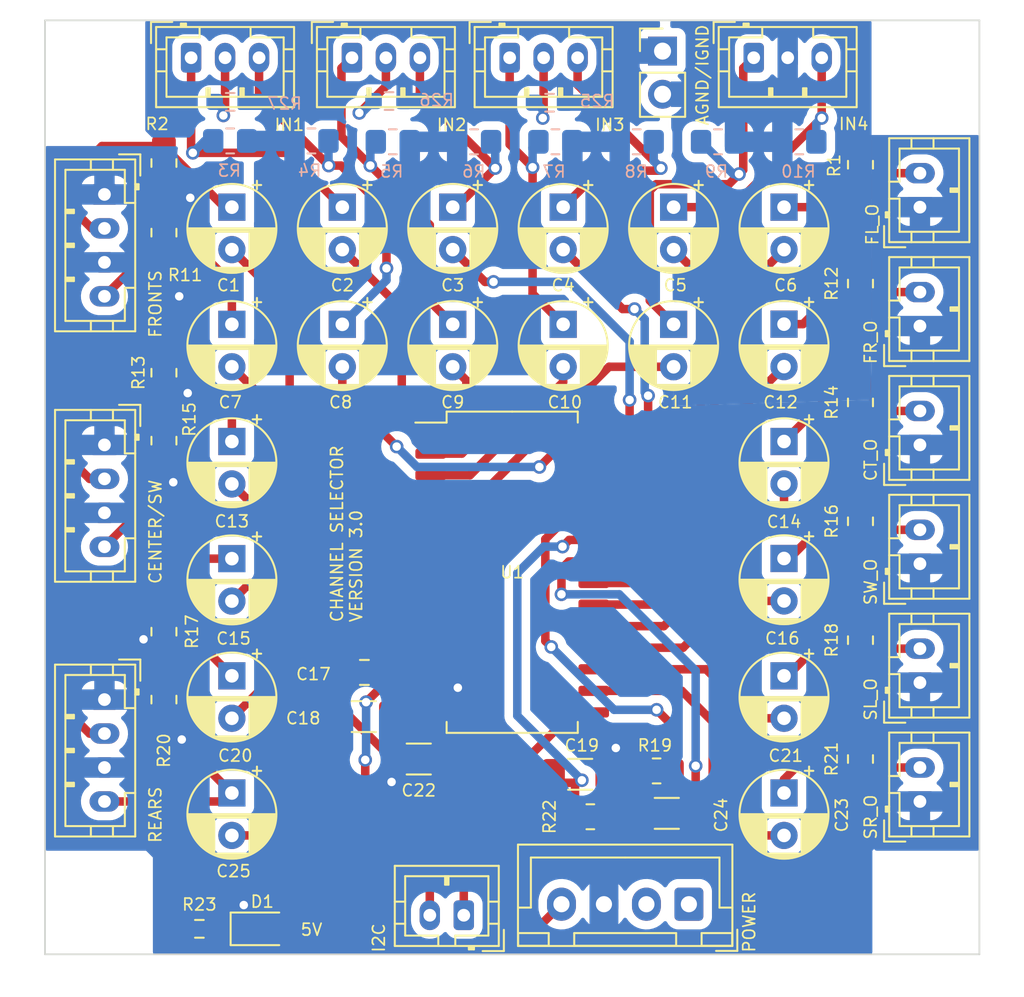
<source format=kicad_pcb>
(kicad_pcb (version 20221018) (generator pcbnew)
  (layers (0 "F.Cu" signal) (31 "B.Cu" signal) (34 "B.Paste" user) (35 "F.Paste" user) (36 "B.SilkS" user "B.Silkscreen") (37 "F.SilkS" user "F.Silkscreen") (38 "B.Mask" user) (39 "F.Mask" user) (44 "Edge.Cuts" user))
  (net 0 "")
  (net 1 "SCL")
  (net 2 "SDA")
  (net 3 "FLI")
  (net 4 "FRI")
  (net 5 "CTI")
  (net 6 "SUBI")
  (net 7 "SLI")
  (net 8 "SRI")
  (net 9 "FLO")
  (net 10 "FRO")
  (net 11 "SUBO")
  (net 12 "SLO")
  (net 13 "SRO")
  (net 14 "CTO")
  (net 15 "L1")
  (net 16 "R1")
  (net 17 "L2")
  (net 18 "R2")
  (net 19 "L3")
  (net 20 "R3")
  (net 21 "L4")
  (net 22 "R4")
  (net 23 "Net-(J1-Pin_1)")
  (net 24 "Net-(J2-Pin_1)")
  (net 25 "Net-(U1-VREF)")
  (net 26 "Net-(J11-Pin_2)")
  (net 27 "LPFIN")
  (net 28 "LPFOUT")
  (net 29 "MIX")
  (net 30 "Net-(J13-Pin_2)")
  (net 31 "Net-(J15-Pin_2)")
  (net 32 "Net-(D1-A)")
  (net 33 "5V")
  (net 34 "AGND")
  (net 35 "Net-(J1-Pin_3)")
  (net 36 "Net-(J2-Pin_3)")
  (net 37 "Net-(J3-Pin_3)")
  (net 38 "Net-(J3-Pin_1)")
  (net 39 "Net-(J1-Pin_2)")
  (net 40 "Net-(J2-Pin_2)")
  (net 41 "Net-(J3-Pin_2)")
  (net 42 "Net-(J4-Pin_3)")
  (net 43 "Net-(J4-Pin_1)")
  (net 44 "Net-(J17-Pin_2)")
  (net 45 "Net-(C24-Pad2)")
  (net 46 "DAC_FL")
  (net 47 "Net-(J9-Pin_2)")
  (net 48 "Net-(J7-Pin_2)")
  (net 49 "DAC_FR")
  (net 50 "3V3")
  (net 51 "DAC_CT")
  (net 52 "DAC_SW")
  (net 53 "DAC_RL")
  (net 54 "DAC_RR")
  (net 55 "INPUTGND")
  (footprint "Connector_JST:JST_PH_B2B-PH-K_1x02_P2.00mm_Vertical" (layer "F.Cu") (at 137.15 115.7 180)
    (fp_text reference "J19" hide)
    (fp_text value "Conn_01x02_Male")
  )
  (footprint "Capacitor_THT:CP_Radial_D5.0mm_P2.50mm" (layer "F.Cu") (at 156 74 -90)
    (fp_text reference "C6")
    (fp_text value "10U")
  )
  (footprint "MountingHole:MountingHole_3.2mm_M3" (layer "F.Cu") (at 165 115.5)
    (fp_text reference "H4" hide)
    (fp_text value "MountingHole")
  )
  (footprint "Capacitor_THT:CP_Radial_D5.0mm_P2.50mm" (layer "F.Cu") (at 123.5 101.6 -90)
    (fp_text reference "C20")
    (fp_text value "10U")
  )
  (footprint "Connector_JST:JST_PH_B4B-PH-K_1x04_P2.00mm_Vertical" (layer "F.Cu") (at 116 88 -90)
    (fp_text reference "J10" hide)
    (fp_text value "Conn_01x04_Pin")
  )
  (footprint "Connector_JST:JST_PH_B2B-PH-K_1x02_P2.00mm_Vertical" (layer "F.Cu") (at 164 95 90)
    (fp_text reference "J13" hide)
    (fp_text value "CTO")
  )
  (footprint "Capacitor_THT:CP_Radial_D5.0mm_P2.50mm" (layer "F.Cu") (at 143 74 -90)
    (fp_text reference "C4")
    (fp_text value "10U")
  )
  (footprint "Connector_JST:JST_PH_B2B-PH-K_1x02_P2.00mm_Vertical" (layer "F.Cu") (at 164 81 90)
    (fp_text reference "J9" hide)
    (fp_text value "Conn_01x02_Male")
  )
  (footprint "Connector_PinHeader_2.54mm:PinHeader_1x02_P2.54mm_Vertical" (layer "F.Cu") (at 148.85 64.81)
    (fp_text reference "J5" hide)
    (fp_text value "Conn_01x02_Pin")
  )
  (footprint "Connector_JST:JST_PH_B3B-PH-K_1x03_P2.00mm_Vertical" (layer "F.Cu") (at 139.85 65.2)
    (fp_text reference "J3" hide)
    (fp_text value "Conn_01x03_Pin")
  )
  (footprint "Capacitor_THT:CP_Radial_D5.0mm_P2.50mm" (layer "F.Cu") (at 130 74 -90)
    (fp_text reference "C2")
    (fp_text value "10U")
  )
  (footprint "Capacitor_SMD:C_1206_3216Metric_Pad1.33x1.80mm_HandSolder" (layer "F.Cu") (at 131.2625 104 180)
    (fp_text reference "C18")
    (fp_text value "10U")
  )
  (footprint "Connector_JST:JST_PH_B2B-PH-K_1x02_P2.00mm_Vertical" (layer "F.Cu") (at 164 88 90)
    (fp_text reference "J11" hide)
    (fp_text value "Conn_01x02_Male")
  )
  (footprint "Resistor_SMD:R_0805_2012Metric_Pad1.20x1.40mm_HandSolder" (layer "F.Cu") (at 148.5 107.2 180)
    (fp_text reference "R19")
    (fp_text value "24K")
  )
  (footprint "Connector_JST:JST_PH_B2B-PH-K_1x02_P2.00mm_Vertical" (layer "F.Cu") (at 164 102 90)
    (fp_text reference "J15" hide)
    (fp_text value "Conn_01x02_Male")
  )
  (footprint "Connector_JST:JST_PH_B3B-PH-K_1x03_P2.00mm_Vertical" (layer "F.Cu") (at 130.566666 65.2)
    (fp_text reference "J2" hide)
    (fp_text value "Conn_01x03_Pin")
  )
  (footprint "Connector_JST:JST_PH_B3B-PH-K_1x03_P2.00mm_Vertical" (layer "F.Cu") (at 154.216668 65.2)
    (fp_text reference "J4" hide)
    (fp_text value "Conn_01x03_Pin")
  )
  (footprint "Connector_JST:JST_PH_B2B-PH-K_1x02_P2.00mm_Vertical" (layer "F.Cu") (at 164 74 90)
    (fp_text reference "J7" hide)
    (fp_text value "Conn_01x02_Male")
  )
  (footprint "Resistor_SMD:R_0805_2012Metric_Pad1.20x1.40mm_HandSolder" (layer "F.Cu") (at 119.5 75.5 -90)
    (fp_text reference "R11")
    (fp_text value "10K")
  )
  (footprint "Resistor_SMD:R_0805_2012Metric_Pad1.20x1.40mm_HandSolder" (layer "F.Cu") (at 160.5 78.5 -90)
    (fp_text reference "R12")
    (fp_text value "100K")
  )
  (footprint "Resistor_SMD:R_0805_2012Metric_Pad1.20x1.40mm_HandSolder" (layer "F.Cu") (at 160.5 71.5 -90)
    (fp_text reference "R1")
    (fp_text value "100K")
  )
  (footprint "Resistor_SMD:R_0805_2012Metric_Pad1.20x1.40mm_HandSolder" (layer "F.Cu") (at 119.5 87.75 -90)
    (fp_text reference "R15")
    (fp_text value "10K")
  )
  (footprint "Resistor_SMD:R_0805_2012Metric_Pad1.20x1.40mm_HandSolder" (layer "F.Cu") (at 160.5 85.5 -90)
    (fp_text reference "R14")
    (fp_text value "100K")
  )
  (footprint "Capacitor_THT:CP_Radial_D5.0mm_P2.50mm" (layer "F.Cu") (at 136.5 74 -90)
    (fp_text reference "C3")
    (fp_text value "10U")
  )
  (footprint "Capacitor_THT:CP_Radial_D5.0mm_P2.50mm" (layer "F.Cu") (at 143 80.9 -90)
    (fp_text reference "C10")
    (fp_text value "10U")
  )
  (footprint "MountingHole:MountingHole_3.2mm_M3" (layer "F.Cu") (at 115 65.5)
    (fp_text reference "H1" hide)
    (fp_text value "MountingHole")
  )
  (footprint "Package_SO:SOIC-28W_7.5x18.7mm_P1.27mm" (layer "F.Cu") (at 140 95.5)
    (fp_text reference "U1")
    (fp_text value "AX2358")
  )
  (footprint "Capacitor_THT:CP_Radial_D5.0mm_P2.50mm" (layer "F.Cu") (at 123.5 94.7 -90)
    (fp_text reference "C15")
    (fp_text value "10U")
  )
  (footprint "Capacitor_THT:CP_Radial_D5.0mm_P2.50mm" (layer "F.Cu") (at 130 80.9 -90)
    (fp_text reference "C8")
    (fp_text value "10U")
  )
  (footprint "Connector_JST:JST_XH_B4B-XH-A_1x04_P2.50mm_Vertical" (layer "F.Cu") (at 150.4 115.05 180)
    (fp_text reference "J6" hide)
    (fp_text value "Conn_01x04_Pin")
  )
  (footprint "Capacitor_THT:CP_Radial_D5.0mm_P2.50mm" (layer "F.Cu") (at 156 101.6 -90)
    (fp_text reference "C21")
    (fp_text value "10U")
  )
  (footprint "Connector_JST:JST_PH_B4B-PH-K_1x04_P2.00mm_Vertical" (layer "F.Cu") (at 116 103 -90)
    (fp_text reference "J12" hide)
    (fp_text value "Conn_01x04_Pin")
  )
  (footprint "Capacitor_THT:CP_Radial_D5.0mm_P2.50mm" (layer "F.Cu") (at 156 108.5 -90)
    (fp_text reference "C23")
    (fp_text value "10U")
  )
  (footprint "Resistor_SMD:R_0805_2012Metric_Pad1.20x1.40mm_HandSolder" (layer "F.Cu") (at 119.5 99 -90)
    (fp_text reference "R17")
    (fp_text value "10K")
  )
  (footprint "Resistor_SMD:R_0805_2012Metric_Pad1.20x1.40mm_HandSolder" (layer "F.Cu") (at 144.6 109.9 180)
    (fp_text reference "R22")
    (fp_text value "24K")
  )
  (footprint "Capacitor_SMD:C_0805_2012Metric_Pad1.18x1.45mm_HandSolder" (layer "F.Cu") (at 131.3 101.4 180)
    (fp_text reference "C17")
    (fp_text value "0.1U")
  )
  (footprint "Capacitor_THT:CP_Radial_D5.0mm_P2.50mm" (layer "F.Cu") (at 123.5 87.8 -90)
    (fp_text reference "C13")
    (fp_text value "10U")
  )
  (footprint "Capacitor_THT:CP_Radial_D5.0mm_P2.50mm" (layer "F.Cu") (at 156 94.689888 -90)
    (fp_text reference "C16")
    (fp_text value "10U")
  )
  (footprint "Capacitor_THT:CP_Radial_D5.0mm_P2.50mm" (layer "F.Cu") (at 156 80.889888 -90)
    (fp_text reference "C12")
    (fp_text value "10U")
  )
  (footprint "Connector_JST:JST_PH_B3B-PH-K_1x03_P2.00mm_Vertical" (layer "F.Cu") (at 121.1 65.2)
    (fp_text reference "J1" hide)
    (fp_text value "Conn_01x03_Pin")
  )
  (footprint "Capacitor_THT:CP_Radial_D5.0mm_P2.50mm" (layer "F.Cu") (at 123.5 80.9 -90)
    (fp_text reference "C7")
    (fp_text value "10U")
  )
  (footprint "Capacitor_SMD:C_1206_3216Metric_Pad1.33x1.80mm_HandSolder" (layer "F.Cu") (at 144 107.4 180)
    (fp_text reference "C19")
    (fp_text value "47N C0G")
  )
  (footprint "Capacitor_THT:CP_Radial_D5.0mm_P2.50mm" (layer "F.Cu") (at 149.5 80.9 -90)
    (fp_text reference "C11")
    (fp_text value "10U")
  )
  (footprint "Resistor_SMD:R_0805_2012Metric_Pad1.20x1.40mm_HandSolder" (layer "F.Cu") (at 160.5 106.5 -90)
    (fp_text reference "R21")
    (fp_text value "100K")
  )
  (footprint "Capacitor_THT:CP_Radial_D5.0mm_P2.50mm" (layer "F.Cu") (at 156 87.8 -90)
    (fp_text reference "C14")
    (fp_text value "10U")
  )
  (footprint "Resistor_SMD:R_0805_2012Metric_Pad1.20x1.40mm_HandSolder" (layer "F.Cu") (at 160.5 99.5 -90)
    (fp_text reference "R18")
    (fp_text value "100K")
  )
  (footprint "Resistor_SMD:R_0805_2012Metric_Pad1.20x1.40mm_HandSolder" (layer "F.Cu") (at 119.5 83.75 -90)
    (fp_text reference "R13")
    (fp_text value "10K")
  )
  (footprint "LED_SMD:LED_0805_2012Metric_Pad1.15x1.40mm_HandSolder" (layer "F.Cu") (at 125.2875 116.5)
    (fp_text reference "D1")
    (fp_text value "YELLOW")
  )
  (footprint "Capacitor_THT:CP_Radial_D5.0mm_P2.50mm" (layer "F.Cu") (at 123.5 74 -90)
    (fp_text reference "C1")
    (fp_text value "10U")
  )
  (footprint "Resistor_SMD:R_0805_2012Metric_Pad1.20x1.40mm_HandSolder" (layer "F.Cu") (at 119.5 103 -90)
    (fp_text reference "R20")
    (fp_text value "10K")
  )
  (footprint "Resistor_SMD:R_0603_1608Metric_Pad0.98x0.95mm_HandSolder" (layer "F.Cu") (at 121.5875 116.5)
    (fp_text reference "R23")
    (fp_text value "1K")
  )
  (footprint "MountingHole:MountingHole_3.2mm_M3" (layer "F.Cu") (at 115 115.5)
    (fp_text reference "H3" hide)
    (fp_text value "MountingHole")
  )
  (footprint "Capacitor_SMD:C_1206_3216Metric_Pad1.33x1.80mm_HandSolder" (layer "F.Cu") (at 149.1 109.7 180)
    (fp_text reference "C24")
    (fp_text value "100N C0G")
  )
  (footprint "Capacitor_THT:CP_Radial_D5.0mm_P2.50mm" (layer "F.Cu") (at 123.5 108.5 -90)
    (fp_text reference "C25")
    (fp_text value "10U")
  )
  (footprint "MountingHole:MountingHole_3.2mm_M3" (layer "F.Cu") (at 165 65.5)
    (fp_text reference "H2" hide)
    (fp_text value "MountingHole")
  )
  (footprint "Connector_JST:JST_PH_B2B-PH-K_1x02_P2.00mm_Vertical" (layer "F.Cu") (at 164 109 90)
    (fp_text reference "J17" hide)
    (fp_text value "Conn_01x02_Male")
  )
  (footprint "Resistor_SMD:R_0805_2012Metric_Pad1.20x1.40mm_HandSolder" (layer "F.Cu") (at 160.5 92.5 -90)
    (fp_text reference "R16")
    (fp_text value "100K")
  )
  (footprint "Capacitor_THT:CP_Radial_D5.0mm_P2.50mm" (layer "F.Cu") (at 136.5 80.9 -90)
    (fp_text reference "C9")
    (fp_text value "10U")
  )
  (footprint "Connector_JST:JST_PH_B4B-PH-K_1x04_P2.00mm_Vertical" (layer "F.Cu") (at 116 73.25 -90)
    (fp_text reference "J8" hide)
    (fp_text value "Conn_01x04_Pin")
  )
  (footprint "Capacitor_SMD:C_1206_3216Metric_Pad1.33x1.80mm_HandSolder" (layer "F.Cu") (at 134.5 106.5 180)
    (fp_text reference "C22")
    (fp_text value "10U")
  )
  (footprint "Capacitor_THT:CP_Radial_D5.0mm_P2.50mm" (layer "F.Cu") (at 149.5 74 -90)
    (fp_text reference "C5")
    (fp_text value "10U")
  )
  (footprint "Resistor_SMD:R_0805_2012Metric_Pad1.20x1.40mm_HandSolder" (layer "F.Cu") (at 119.5 71.4 -90)
    (fp_text reference "R2")
    (fp_text value "10K")
  )
  (footprint "Resistor_SMD:R_0805_2012Metric_Pad1.20x1.40mm_HandSolder" (layer "B.Cu") (at 137.757142 70.15 180)
    (fp_text reference "R6")
    (fp_text value "100K")
  )
  (footprint "Resistor_SMD:R_0805_2012Metric_Pad1.20x1.40mm_HandSolder" (layer "B.Cu") (at 128.185714 70.1 180)
    (fp_text reference "R4")
    (fp_text value "100K")
  )
  (footprint "Resistor_SMD:R_0805_2012Metric_Pad1.20x1.40mm_HandSolder" (layer "B.Cu") (at 152.114284 70.15 180)
    (fp_text reference "R9")
    (fp_text value "100K")
  )
  (footprint "Resistor_SMD:R_0805_2012Metric_Pad1.20x1.40mm_HandSolder" (layer "B.Cu") (at 147.32857 70.15 180)
    (fp_text reference "R8")
    (fp_text value "100K")
  )
  (footprint "Resistor_SMD:R_0603_1608Metric_Pad0.98x0.95mm_HandSolder" (layer "B.Cu") (at 132.75 67.75 180)
    (fp_text reference "R26")
    (fp_text value "15R")
  )
  (footprint "Resistor_SMD:R_0603_1608Metric_Pad0.98x0.95mm_HandSolder" (layer "B.Cu") (at 142.2 67.85 180)
    (fp_text reference "R25")
    (fp_text value "15R")
  )
  (footprint "Resistor_SMD:R_0805_2012Metric_Pad1.20x1.40mm_HandSolder" (layer "B.Cu") (at 156.9 70.15 180)
    (fp_text reference "R10")
    (fp_text value "100K")
  )
  (footprint "Resistor_SMD:R_0805_2012Metric_Pad1.20x1.40mm_HandSolder" (layer "B.Cu") (at 123.4 70.1 180)
    (fp_text reference "R3")
    (fp_text value "100K")
  )
  (footprint "Resistor_SMD:R_0805_2012Metric_Pad1.20x1.40mm_HandSolder" (layer "B.Cu") (at 132.971428 70.15 180)
    (fp_text reference "R5")
    (fp_text value "100K")
  )
  (footprint "Resistor_SMD:R_0603_1608Metric_Pad0.98x0.95mm_HandSolder" (layer "B.Cu") (at 123.4 67.8 180)
    (fp_text reference "R27")
    (fp_text value "15R")
  )
  (footprint "Resistor_SMD:R_0805_2012Metric_Pad1.20x1.40mm_HandSolder" (layer "B.Cu") (at 142.542856 70.15 180)
    (fp_text reference "R7")
    (fp_text value "100K")
  )
  (gr_line (start 112.5 118) (end 167.5 118) (stroke (width 0.1)) (layer "Edge.Cuts"))
  (gr_line (start 112.5 63) (end 112.5 118) (stroke (width 0.1)) (layer "Edge.Cuts"))
  (gr_line (start 167.5 63) (end 167.5 118) (stroke (width 0.1)) (layer "Edge.Cuts"))
  (gr_line (start 167.5 63) (end 112.5 63) (stroke (width 0.1)) (layer "Edge.Cuts"))
  (gr_text "SL_O" (at 161.1 104.3 90) (layer "F.SilkS") (effects (font (size 0.7 0.7) (thickness 0.1)) (justify left)))
  (gr_text "FRONTS" (at 119 81.75 90) (layer "F.SilkS") (effects (font (size 0.7 0.7) (thickness 0.1)) (justify left)))
  (gr_text "SW_O" (at 161.1 97.5 90) (layer "F.SilkS") (effects (font (size 0.7 0.7) (thickness 0.1)) (justify left)))
  (gr_text "AGND/IGND" (at 151.2 69.25 90) (layer "F.SilkS") (effects (font (size 0.7 0.7) (thickness 0.1)) (justify left)))
  (gr_text "POWER" (at 153.95 117.95 90) (layer "F.SilkS") (effects (font (size 0.7 0.7) (thickness 0.1)) (justify left)))
  (gr_text "5V" (at 127.4875 116.55) (layer "F.SilkS") (effects (font (size 0.7 0.7) (thickness 0.1)) (justify left)))
  (gr_text "CHANNEL SELECTOR\nVERSION 3.0" (at 130.25 98.5 90) (layer "F.SilkS") (effects (font (size 0.7 0.7) (thickness 0.1)) (justify left)))
  (gr_text "IN4" (at 159.166668 69.1) (layer "F.SilkS") (effects (font (size 0.7 0.7) (thickness 0.1)) (justify left)))
  (gr_text "SR_O\n" (at 161.1 111.3 90) (layer "F.SilkS") (effects (font (size 0.7 0.7) (thickness 0.1)) (justify left)))
  (gr_text "IN1\n" (at 125.95 69.15) (layer "F.SilkS") (effects (font (size 0.7 0.7) (thickness 0.1)) (justify left)))
  (gr_text "IN3" (at 144.816668 69.15) (layer "F.SilkS") (effects (font (size 0.7 0.7) (thickness 0.1)) (justify left)))
  (gr_text "I2C" (at 132.15 117.95 90) (layer "F.SilkS") (effects (font (size 0.7 0.7) (thickness 0.1)) (justify left)))
  (gr_text "IN2" (at 135.5 69.15) (layer "F.SilkS") (effects (font (size 0.7 0.7) (thickness 0.1)) (justify left)))
  (gr_text "CENTER/SW" (at 119 96.25 90) (layer "F.SilkS") (effects (font (size 0.7 0.7) (thickness 0.1)) (justify left)))
  (gr_text "CT_O" (at 161.1 90.2 90) (layer "F.SilkS") (effects (font (size 0.7 0.7) (thickness 0.1)) (justify left)))
  (gr_text "REARS" (at 119 111.5 90) (layer "F.SilkS") (effects (font (size 0.7 0.7) (thickness 0.1)) (justify left)))
  (gr_text "FL_O" (at 161.2 76.3 90) (layer "F.SilkS") (effects (font (size 0.7 0.7) (thickness 0.1)) (justify left)))
  (gr_text "FR_O" (at 161.1 83.3 90) (layer "F.SilkS") (effects (font (size 0.7 0.7) (thickness 0.1)) (justify left)))
  (segment (start 143.595 103.755) (end 137.15 110.2) (width 0.5) (layer "F.Cu") (net 1))
  (segment (start 143.595 103.755) (end 144.8 103.755) (width 0.5) (layer "F.Cu") (net 1))
  (segment (start 137.15 110.2) (end 137.15 115.75) (width 0.5) (layer "F.Cu") (net 1))
  (segment (start 135.15 110.55) (end 137.65 108.05) (width 0.5) (layer "F.Cu") (net 2))
  (segment (start 135.15 115.75) (end 135.15 110.55) (width 0.5) (layer "F.Cu") (net 2))
  (segment (start 137 103.7) (end 137.65 104.35) (width 0.5) (layer "F.Cu") (net 2))
  (segment (start 137 103.7) (end 135.255 103.7) (width 0.5) (layer "F.Cu") (net 2))
  (segment (start 137.65 104.35) (end 137.65 108.05) (width 0.5) (layer "F.Cu") (net 2))
  (segment (start 135.255 103.7) (end 135.2 103.755) (width 0.5) (layer "F.Cu") (net 2))
  (segment (start 126.9 79.9) (end 123.5 76.5) (width 0.5) (layer "F.Cu") (net 3))
  (segment (start 126.9 84.644949) (end 126.9 79.9) (width 0.5) (layer "F.Cu") (net 3))
  (segment (start 134.580051 92.325) (end 126.9 84.644949) (width 0.5) (layer "F.Cu") (net 3))
  (segment (start 135.2 93.595) (end 133.695 93.595) (width 0.5) (layer "F.Cu") (net 4))
  (segment (start 133.695 93.595) (end 123.5 83.4) (width 0.5) (layer "F.Cu") (net 4))
  (segment (start 128.065 94.865) (end 123.5 90.3) (width 0.5) (layer "F.Cu") (net 5))
  (segment (start 135.2 94.865) (end 128.065 94.865) (width 0.5) (layer "F.Cu") (net 5))
  (segment (start 124.565 96.135) (end 123.5 97.2) (width 0.5) (layer "F.Cu") (net 6))
  (segment (start 135.2 96.135) (end 124.565 96.135) (width 0.5) (layer "F.Cu") (net 6))
  (segment (start 135.2 97.405) (end 130.195 97.405) (width 0.5) (layer "F.Cu") (net 7))
  (segment (start 130.195 97.405) (end 123.5 104.1) (width 0.5) (layer "F.Cu") (net 7))
  (segment (start 130.725 98.675) (end 126.4 103) (width 0.5) (layer "F.Cu") (net 8))
  (segment (start 125.4 111) (end 123.5 111) (width 0.5) (layer "F.Cu") (net 8))
  (segment (start 135.2 98.675) (end 130.725 98.675) (width 0.5) (layer "F.Cu") (net 8))
  (segment (start 126.4 103) (end 126.4 110) (width 0.5) (layer "F.Cu") (net 8))
  (segment (start 126.4 110) (end 125.4 111) (width 0.5) (layer "F.Cu") (net 8))
  (segment (start 147.865 96.135) (end 144.8 96.135) (width 0.5) (layer "F.Cu") (net 9))
  (segment (start 151.900499 92.099501) (end 147.865 96.135) (width 0.5) (layer "F.Cu") (net 9))
  (segment (start 151.900499 80.599501) (end 151.900499 92.099501) (width 0.5) (layer "F.Cu") (net 9))
  (segment (start 156 76.5) (end 151.900499 80.599501) (width 0.5) (layer "F.Cu") (net 9))
  (segment (start 152.7 86.689888) (end 152.7 93.2) (width 0.5) (layer "F.Cu") (net 10))
  (segment (start 148.495 97.405) (end 144.8 97.405) (width 0.5) (layer "F.Cu") (net 10))
  (segment (start 152.7 93.2) (end 148.495 97.405) (width 0.5) (layer "F.Cu") (net 10))
  (segment (start 156 83.389888) (end 152.7 86.689888) (width 0.5) (layer "F.Cu") (net 10))
  (segment (start 152.810112 97.189888) (end 150.055 99.945) (width 0.5) (layer "F.Cu") (net 11))
  (segment (start 150.055 99.945) (end 144.8 99.945) (width 0.5) (layer "F.Cu") (net 11))
  (segment (start 156 97.189888) (end 152.810112 97.189888) (width 0.5) (layer "F.Cu") (net 11))
  (segment (start 154.3 104.1) (end 151.415 101.215) (width 0.5) (layer "F.Cu") (net 12))
  (segment (start 151.415 101.215) (end 144.8 101.215) (width 0.5) (layer "F.Cu") (net 12))
  (segment (start 156 104.1) (end 154.3 104.1) (width 0.5) (layer "F.Cu") (net 12))
  (segment (start 151.8 104.3) (end 149.985 102.485) (width 0.5) (layer "F.Cu") (net 13))
  (segment (start 154.5 111) (end 151.8 108.3) (width 0.5) (layer "F.Cu") (net 13))
  (segment (start 149.985 102.485) (end 144.8 102.485) (width 0.5) (layer "F.Cu") (net 13))
  (segment (start 156 111) (end 154.5 111) (width 0.5) (layer "F.Cu") (net 13))
  (segment (start 151.8 108.3) (end 151.8 104.3) (width 0.5) (layer "F.Cu") (net 13))
  (segment (start 156 91.6) (end 156 90.3) (width 0.5) (layer "F.Cu") (net 14))
  (segment (start 144.8 98.675) (end 148.925 98.675) (width 0.5) (layer "F.Cu") (net 14))
  (segment (start 148.925 98.675) (end 156 91.6) (width 0.5) (layer "F.Cu") (net 14))
  (segment (start 135.2 87.245) (end 133.5 85.545) (width 0.5) (layer "F.Cu") (net 15))
  (segment (start 133.5 85.545) (end 133.5 80) (width 0.5) (layer "F.Cu") (net 15))
  (segment (start 133.5 80) (end 130 76.5) (width 0.5) (layer "F.Cu") (net 15))
  (segment (start 130 84.9) (end 130 83.4) (width 0.5) (layer "F.Cu") (net 16))
  (segment (start 144.8 87.245) (end 143.655 87.245) (width 0.5) (layer "F.Cu") (net 16))
  (segment (start 133.2 88.1) (end 130 84.9) (width 0.5) (layer "F.Cu") (net 16))
  (segment (start 143.655 87.245) (end 141.6 89.3) (width 0.5) (layer "F.Cu") (net 16))
  (via (at 133.2 88.1) (size 0.8) (drill 0.5) (layers "F.Cu" "B.Cu") (net 16))
  (via (at 141.6 89.3) (size 0.8) (drill 0.5) (layers "F.Cu" "B.Cu") (net 16))
  (segment (start 134.4 89.3) (end 133.2 88.1) (width 0.5) (layer "B.Cu") (net 16))
  (segment (start 141.6 89.3) (end 134.4 89.3) (width 0.5) (layer "B.Cu") (net 16))
  (segment (start 137.299999 84.199999) (end 137.299999 88.250001) (width 0.5) (layer "F.Cu") (net 17))
  (segment (start 137.035 88.515) (end 135.819949 88.515) (width 0.5) (layer "F.Cu") (net 17))
  (segment (start 137.299999 88.250001) (end 137.035 88.515) (width 0.5) (layer "F.Cu") (net 17))
  (segment (start 136.5 83.4) (end 137.299999 84.199999) (width 0.5) (layer "F.Cu") (net 17))
  (segment (start 146.911031 88.138969) (end 146.911031 85.353356) (width 0.5) (layer "F.Cu") (net 18))
  (segment (start 145.419949 88.515) (end 146.535 88.515) (width 0.5) (layer "F.Cu") (net 18))
  (segment (start 138.4 78.4) (end 136.5 76.5) (width 0.5) (layer "F.Cu") (net 18))
  (segment (start 146.535 88.515) (end 146.911031 88.138969) (width 0.5) (layer "F.Cu") (net 18))
  (segment (start 138.9 78.4) (end 138.4 78.4) (width 0.5) (layer "F.Cu") (net 18))
  (via (at 146.911031 85.353356) (size 0.8) (drill 0.5) (layers "F.Cu" "B.Cu") (net 18))
  (via (at 138.9 78.4) (size 0.8) (drill 0.5) (layers "F.Cu" "B.Cu") (net 18))
  (segment (start 138.9 78.4) (end 143.4 78.4) (width 0.5) (layer "B.Cu") (net 18))
  (segment (start 146.911031 81.911031) (end 146.911031 85.353356) (width 0.5) (layer "B.Cu") (net 18))
  (segment (start 143.4 78.4) (end 146.911031 81.911031) (width 0.5) (layer "B.Cu") (net 18))
  (segment (start 137.515 89.785) (end 143 84.3) (width 0.5) (layer "F.Cu") (net 19))
  (segment (start 135.2 89.785) (end 137.515 89.785) (width 0.5) (layer "F.Cu") (net 19))
  (segment (start 143 84.3) (end 143 83.4) (width 0.5) (layer "F.Cu") (net 19))
  (segment (start 147.2 80) (end 146.5 80) (width 0.5) (layer "F.Cu") (net 20))
  (segment (start 148 89.6) (end 148 85.1) (width 0.5) (layer "F.Cu") (net 20))
  (segment (start 147.815 89.785) (end 148 89.6) (width 0.5) (layer "F.Cu") (net 20))
  (segment (start 144.8 89.785) (end 147.815 89.785) (width 0.5) (layer "F.Cu") (net 20))
  (segment (start 146.5 80) (end 143 76.5) (width 0.5) (layer "F.Cu") (net 20))
  (via (at 147.2 80) (size 0.8) (drill 0.5) (layers "F.Cu" "B.Cu") (net 20))
  (via (at 148 85.1) (size 0.8) (drill 0.5) (layers "F.Cu" "B.Cu") (net 20))
  (segment (start 147.2 80) (end 147.8 80.6) (width 0.5) (layer "B.Cu") (net 20))
  (segment (start 147.8 80.6) (end 147.8 84.9) (width 0.5) (layer "B.Cu") (net 20))
  (segment (start 147.8 84.9) (end 148 85.1) (width 0.5) (layer "B.Cu") (net 20))
  (segment (start 135.2 91.055) (end 138.045 91.055) (width 0.5) (layer "F.Cu") (net 21))
  (segment (start 138.045 91.055) (end 145.7 83.4) (width 0.5) (layer "F.Cu") (net 21))
  (segment (start 145.7 83.4) (end 149.5 83.4) (width 0.5) (layer "F.Cu") (net 21))
  (segment (start 149.5 76.5) (end 151.100998 78.100998) (width 0.5) (layer "F.Cu") (net 22))
  (segment (start 149.045 91.055) (end 144.8 91.055) (width 0.5) (layer "F.Cu") (net 22))
  (segment (start 151.100998 78.100998) (end 151.100998 88.999002) (width 0.5) (layer "F.Cu") (net 22))
  (segment (start 151.100998 88.999002) (end 149.045 91.055) (width 0.5) (layer "F.Cu") (net 22))
  (segment (start 121.1 70.700706) (end 121.1 65.2) (width 0.5) (layer "F.Cu") (net 23))
  (segment (start 126.800353 70.800353) (end 130 74) (width 0.5) (layer "F.Cu") (net 23))
  (segment (start 121.199647 70.800353) (end 126.800353 70.800353) (width 0.5) (layer "F.Cu") (net 23))
  (segment (start 121.199647 70.800353) (end 121.1 70.700706) (width 0.5) (layer "F.Cu") (net 23))
  (via (at 121.199647 70.800353) (size 0.8) (drill 0.5) (layers "F.Cu" "B.Cu") (net 23))
  (segment (start 121.199647 70.800353) (end 121.9 70.1) (width 0.5) (layer "B.Cu") (net 23))
  (segment (start 121.9 70.1) (end 122.4 70.1) (width 0.5) (layer "B.Cu") (net 23))
  (segment (start 131.65 71.55) (end 135.15 75.05) (width 0.5) (layer "F.Cu") (net 24))
  (segment (start 130.566666 65.2) (end 129.95 65.816666) (width 0.5) (layer "F.Cu") (net 24))
  (segment (start 129.95 65.816666) (end 129.95 69.85) (width 0.5) (layer "F.Cu") (net 24))
  (segment (start 129.95 69.85) (end 131.65 71.55) (width 0.5) (layer "F.Cu") (net 24))
  (segment (start 135.15 79.55) (end 136.5 80.9) (width 0.5) (layer "F.Cu") (net 24))
  (segment (start 135.15 75.05) (end 135.15 79.55) (width 0.5) (layer "F.Cu") (net 24))
  (via (at 131.65 71.55) (size 0.8) (drill 0.5) (layers "F.Cu" "B.Cu") (net 24))
  (segment (start 131.65 70.471428) (end 131.971428 70.15) (width 0.5) (layer "B.Cu") (net 24))
  (segment (start 131.65 71.55) (end 131.65 70.471428) (width 0.5) (layer "B.Cu") (net 24))
  (segment (start 134.580051 101.215) (end 132.825 102.970051) (width 0.5) (layer "F.Cu") (net 25))
  (segment (start 132.825 102.970051) (end 132.825 104) (width 0.5) (layer "F.Cu") (net 25))
  (segment (start 162 86) (end 160.5 84.5) (width 0.5) (layer "F.Cu") (net 26))
  (segment (start 164 86) (end 162 86) (width 0.5) (layer "F.Cu") (net 26))
  (segment (start 156 87.8) (end 159.3 84.5) (width 0.5) (layer "F.Cu") (net 26))
  (segment (start 159.3 84.5) (end 160.5 84.5) (width 0.5) (layer "F.Cu") (net 26))
  (segment (start 143.7 109.9) (end 143.7 107.9) (width 0.5) (layer "F.Cu") (net 27))
  (segment (start 143.359013 93.595) (end 142.962316 93.991697) (width 0.5) (layer "F.Cu") (net 27))
  (segment (start 144.8 93.595) (end 143.359013 93.595) (width 0.5) (layer "F.Cu") (net 27))
  (segment (start 142.3375 107.9) (end 143.7 107.9) (width 0.5) (layer "F.Cu") (net 27))
  (segment (start 143.85 107.75) (end 144.1 107.75) (width 0.5) (layer "F.Cu") (net 27))
  (segment (start 143.7 107.9) (end 143.85 107.75) (width 0.5) (layer "F.Cu") (net 27))
  (via (at 144.1 107.75) (size 0.8) (drill 0.5) (layers "F.Cu" "B.Cu") (net 27))
  (via (at 142.962316 93.991697) (size 0.8) (drill 0.5) (layers "F.Cu" "B.Cu") (net 27))
  (segment (start 140.3 103.95) (end 144.1 107.75) (width 0.5) (layer "B.Cu") (net 27))
  (segment (start 141.858303 93.991697) (end 140.3 95.55) (width 0.5) (layer "B.Cu") (net 27))
  (segment (start 140.3 95.55) (end 140.3 103.95) (width 0.5) (layer "B.Cu") (net 27))
  (segment (start 142.962316 93.991697) (end 141.858303 93.991697) (width 0.5) (layer "B.Cu") (net 27))
  (segment (start 142.9 95.3) (end 143.335 94.865) (width 0.5) (layer "F.Cu") (net 28))
  (segment (start 150.8 106.9) (end 150.8 109.9625) (width 0.5) (layer "F.Cu") (net 28))
  (segment (start 142.9 96.8) (end 142.9 95.3) (width 0.5) (layer "F.Cu") (net 28))
  (segment (start 143.335 94.865) (end 144.8 94.865) (width 0.5) (layer "F.Cu") (net 28))
  (via (at 142.9 96.8) (size 0.8) (drill 0.5) (layers "F.Cu" "B.Cu") (net 28))
  (via (at 150.8 106.9) (size 0.8) (drill 0.5) (layers "F.Cu" "B.Cu") (net 28))
  (segment (start 142.9 96.8) (end 146.3 96.8) (width 0.5) (layer "B.Cu") (net 28))
  (segment (start 146.3 96.8) (end 150.8 101.3) (width 0.5) (layer "B.Cu") (net 28))
  (segment (start 150.8 101.3) (end 150.8 106.9) (width 0.5) (layer "B.Cu") (net 28))
  (segment (start 141.9505 99.5505) (end 142.3 99.9) (width 0.5) (layer "F.Cu") (net 29))
  (segment (start 149.5 107.2) (end 149.5 104.6) (width 0.5) (layer "F.Cu") (net 29))
  (segment (start 149.5 104.6) (end 148.5 103.6) (width 0.5) (layer "F.Cu") (net 29))
  (segment (start 143.175 92.325) (end 141.9505 93.5495) (width 0.5) (layer "F.Cu") (net 29))
  (segment (start 144.8 92.325) (end 143.175 92.325) (width 0.5) (layer "F.Cu") (net 29))
  (segment (start 141.9505 93.5495) (end 141.9505 99.5505) (width 0.5) (layer "F.Cu") (net 29))
  (via (at 148.5 103.6) (size 0.8) (drill 0.5) (layers "F.Cu" "B.Cu") (net 29))
  (via (at 142.3 99.9) (size 0.8) (drill 0.5) (layers "F.Cu" "B.Cu") (net 29))
  (segment (start 148.5 103.6) (end 146 103.6) (width 0.5) (layer "B.Cu") (net 29))
  (segment (start 146 103.6) (end 142.3 99.9) (width 0.5) (layer "B.Cu") (net 29))
  (segment (start 164 93) (end 162 93) (width 0.5) (layer "F.Cu") (net 30))
  (segment (start 156.310112 94.689888) (end 159.5 91.5) (width 0.5) (layer "F.Cu") (net 30))
  (segment (start 162 93) (end 160.5 91.5) (width 0.5) (layer "F.Cu") (net 30))
  (segment (start 159.5 91.5) (end 160.5 91.5) (width 0.5) (layer "F.Cu") (net 30))
  (segment (start 159.3 98.5) (end 160.5 98.5) (width 0.5) (layer "F.Cu") (net 31))
  (segment (start 156.2 101.6) (end 159.3 98.5) (width 0.5) (layer "F.Cu") (net 31))
  (segment (start 164 100) (end 162 100) (width 0.5) (layer "F.Cu") (net 31))
  (segment (start 162 100) (end 160.5 98.5) (width 0.5) (layer "F.Cu") (net 31))
  (segment (start 123.606128 117.75) (end 122.5 116.643872) (width 0.5) (layer "F.Cu") (net 32))
  (segment (start 124.918872 117.75) (end 123.606128 117.75) (width 0.5) (layer "F.Cu") (net 32))
  (segment (start 126.168872 116.5) (end 124.918872 117.75) (width 0.5) (layer "F.Cu") (net 32))
  (segment (start 140.55 117.4) (end 129.7 117.4) (width 0.5) (layer "F.Cu") (net 33))
  (segment (start 125.95 113.65) (end 123.525 113.65) (width 0.5) (layer "F.Cu") (net 33))
  (segment (start 131.35 110.1) (end 132.025 110.775) (width 0.5) (layer "F.Cu") (net 33))
  (segment (start 123.525 113.65) (end 120.675 116.5) (width 0.5) (layer "F.Cu") (net 33))
  (segment (start 136.0625 106.7375) (end 132.025 110.775) (width 0.5) (layer "F.Cu") (net 33))
  (segment (start 133.7925 99.945) (end 135.2 99.945) (width 0.5) (layer "F.Cu") (net 33))
  (segment (start 132.3375 102.2125) (end 131.4 103.15) (width 0.5) (layer "F.Cu") (net 33))
  (segment (start 131.35 106.55) (end 131.35 110.1) (width 0.5) (layer "F.Cu") (net 33))
  (segment (start 142.9 115.05) (end 140.55 117.4) (width 0.5) (layer "F.Cu") (net 33))
  (segment (start 136.0625 106.5) (end 136.0625 106.7375) (width 0.5) (layer "F.Cu") (net 33))
  (segment (start 132.3375 101.4) (end 133.7925 99.945) (width 0.5) (layer "F.Cu") (net 33))
  (segment (start 129.7 117.4) (end 125.95 113.65) (width 0.5) (layer "F.Cu") (net 33))
  (segment (start 132.3375 101.4) (end 132.3375 102.2125) (width 0.5) (layer "F.Cu") (net 33))
  (segment (start 132.025 110.775) (end 129.7 113.1) (width 0.5) (layer "F.Cu") (net 33))
  (segment (start 129.7 113.1) (end 129.7 117.4) (width 0.5) (layer "F.Cu") (net 33))
  (via (at 131.4 103.15) (size 0.8) (drill 0.5) (layers "F.Cu" "B.Cu") (net 33))
  (via (at 131.35 106.55) (size 0.8) (drill 0.5) (layers "F.Cu" "B.Cu") (net 33))
  (segment (start 131.4 103.15) (end 131.4 106.5) (width 0.5) (layer "B.Cu") (net 33))
  (segment (start 131.4 106.5) (end 131.35 106.55) (width 0.5) (layer "B.Cu") (net 33))
  (segment (start 119.5 78.35) (end 120.4 79.25) (width 0.5) (layer "F.Cu") (net 34))
  (segment (start 162 109) (end 160.5 107.5) (width 0.5) (layer "F.Cu") (net 34))
  (segment (start 135.2 102.485) (end 136.615 102.485) (width 0.5) (layer "F.Cu") (net 34))
  (segment (start 164 102) (end 162 102) (width 0.5) (layer "F.Cu") (net 34))
  (segment (start 124.2625 116.5) (end 124.2625 115.1625) (width 0.5) (layer "F.Cu") (net 34))
  (segment (start 119.5 84.75) (end 120.7 84.75) (width 0.5) (layer "F.Cu") (net 34))
  (segment (start 124.2625 115.1625) (end 124.2 115.1) (width 0.5) (layer "F.Cu") (net 34))
  (segment (start 120 72.4) (end 121.05 73.45) (width 0.5) (layer "F.Cu") (net 34))
  (segment (start 119.5 76.5) (end 119.5 78.35) (width 0.5) (layer "F.Cu") (net 34))
  (segment (start 162 74) (end 160.5 72.5) (width 0.5) (layer "F.Cu") (net 34))
  (segment (start 162 81) (end 160.5 79.5) (width 0.5) (layer "F.Cu") (net 34))
  (segment (start 162 88) (end 160.5 86.5) (width 0.5) (layer "F.Cu") (net 34))
  (segment (start 129.7 104) (end 130.4375 104) (width 0.5) (layer "F.Cu") (net 34))
  (segment (start 162 95) (end 160.5 93.5) (width 0.5) (layer "F.Cu") (net 34))
  (segment (start 145.5625 106.3875) (end 146.1 105.85) (width 0.5) (layer "F.Cu") (net 34))
  (segment (start 132.9375 106.5) (end 132.9 107.85) (width 0.5) (layer "F.Cu") (net 34))
  (segment (start 162 102) (end 160.5 100.5) (width 0.5) (layer "F.Cu") (net 34))
  (segment (start 119.5 72.4) (end 120 72.4) (width 0.5) (layer "F.Cu") (net 34))
  (segment (start 164 95) (end 162 95) (width 0.5) (layer "F.Cu") (net 34))
  (segment (start 119.5 104.3) (end 120.55 105.35) (width 0.5) (layer "F.Cu") (net 34))
  (segment (start 145.5625 107.4) (end 145.5625 106.3875) (width 0.5) (layer "F.Cu") (net 34))
  (segment (start 130.4375 104) (end 132.9375 106.5) (width 0.5) (layer "F.Cu") (net 34))
  (segment (start 164 88) (end 162 88) (width 0.5) (layer "F.Cu") (net 34))
  (segment (start 164 74) (end 162 74) (width 0.5) (layer "F.Cu") (net 34))
  (segment (start 130.3625 101.9) (end 129.7 102.5625) (width 0.5) (layer "F.Cu") (net 34))
  (segment (start 136.615 102.485) (end 136.8 102.3) (width 0.5) (layer "F.Cu") (net 34))
  (segment (start 119.5 100) (end 118.85 100) (width 0.5) (layer "F.Cu") (net 34))
  (segment (start 119.5 88.75) (end 119.5 89.65) (width 0.5) (layer "F.Cu") (net 34))
  (segment (start 132.9 107.85) (end 132.9375 107.815748) (width 0.5) (layer "F.Cu") (net 34))
  (segment (start 118.85 100) (end 118.3 99.45) (width 0.5) (layer "F.Cu") (net 34))
  (segment (start 164 109) (end 162 109) (width 0.5) (layer "F.Cu") (net 34))
  (segment (start 120.7 84.75) (end 120.9 84.95) (width 0.5) (layer "F.Cu") (net 34))
  (segment (start 164 81) (end 162 81) (width 0.5) (layer "F.Cu") (net 34))
  (segment (start 129.7 102.5625) (end 129.7 105) (width 0.5) (layer "F.Cu") (net 34))
  (segment (start 119.5 104) (end 119.5 104.3) (width 0.5) (layer "F.Cu") (net 34))
  (segment (start 119.5 89.65) (end 120.05 90.2) (width 0.5) (layer "F.Cu") (net 34))
  (via (at 120.05 90.2) (size 0.8) (drill 0.5) (layers "F.Cu" "B.Cu") (net 34))
  (via (at 121.05 73.45) (size 0.8) (drill 0.5) (layers "F.Cu" "B.Cu") (net 34))
  (via (at 120.4 79.25) (size 0.8) (drill 0.5) (layers "F.Cu" "B.Cu") (net 34))
  (via (at 146.1 105.85) (size 0.8) (drill 0.5) (layers "F.Cu" "B.Cu") (net 34))
  (via (at 120.55 105.35) (size 0.8) (drill 0.5) (layers "F.Cu" "B.Cu") (net 34))
  (via (at 120.9 84.95) (size 0.8) (drill 0.5) (layers "F.Cu" "B.Cu") (net 34))
  (via (at 124.2 115.1) (size 0.8) (drill 0.5) (layers "F.Cu" "B.Cu") (net 34))
  (via (at 118.3 99.45) (size 0.8) (drill 0.5) (layers "F.Cu" "B.Cu") (net 34))
  (via (at 132.9 107.85) (size 0.8) (drill 0.5) (layers "F.Cu" "B.Cu") (net 34))
  (via (at 136.8 102.3) (size 0.8) (drill 0.5) (layers "F.Cu" "B.Cu") (net 34))
  (segment (start 125.1 67.45) (end 129.2 71.55) (width 0.5) (layer "F.Cu") (net 35))
  (segment (start 129.927818 71.55) (end 132.6 74.222182) (width 0.5) (layer "F.Cu") (net 35))
  (segment (start 132.6 74.222182) (end 132.6 77.6) (width 0.5) (layer "F.Cu") (net 35))
  (segment (start 129.2 71.55) (end 129.927818 71.55) (width 0.5) (layer "F.Cu") (net 35))
  (segment (start 125.1 65.2) (end 125.1 67.45) (width 0.5) (layer "F.Cu") (net 35))
  (via (at 132.6 77.6) (size 0.8) (drill 0.5) (layers "F.Cu" "B.Cu") (net 35))
  (via (at 129.2 71.55) (size 0.8) (drill 0.5) (layers "F.Cu" "B.Cu") (net 35))
  (segment (start 132.6 78.3) (end 130 80.9) (width 0.5) (layer "B.Cu") (net 35))
  (segment (start 129.185714 70.1) (end 129.185714 71.535714) (width 0.5) (layer "B.Cu") (net 35))
  (segment (start 132.6 77.6) (end 132.6 78.3) (width 0.5) (layer "B.Cu") (net 35))
  (segment (start 129.185714 71.535714) (end 129.2 71.55) (width 0.5) (layer "B.Cu") (net 35))
  (segment (start 134.566666 65.2) (end 134.566666 67.266666) (width 0.5) (layer "F.Cu") (net 36))
  (segment (start 136.7 74) (end 139 71.7) (width 0.5) (layer "F.Cu") (net 36))
  (segment (start 136.5 74) (end 136.7 74) (width 0.5) (layer "F.Cu") (net 36))
  (segment (start 134.566666 67.266666) (end 139 71.7) (width 0.5) (layer "F.Cu") (net 36))
  (via (at 139 71.7) (size 0.8) (drill 0.5) (layers "F.Cu" "B.Cu") (net 36))
  (segment (start 139 71.7) (end 139 70.392858) (width 0.5) (layer "B.Cu") (net 36))
  (segment (start 139 70.392858) (end 138.757142 70.15) (width 0.5) (layer "B.Cu") (net 36))
  (segment (start 143.85 66.8) (end 148.75 71.7) (width 0.5) (layer "F.Cu") (net 37))
  (segment (start 143.85 65.2) (end 143.85 66.8) (width 0.5) (layer "F.Cu") (net 37))
  (segment (start 148.75 71.85) (end 148.75 71.7) (width 0.5) (layer "F.Cu") (net 37))
  (segment (start 145.15 71.85) (end 148.75 71.85) (width 0.5) (layer "F.Cu") (net 37))
  (segment (start 143 74) (end 145.15 71.85) (width 0.5) (layer "F.Cu") (net 37))
  (via (at 148.75 71.7) (size 0.8) (drill 0.5) (layers "F.Cu" "B.Cu") (net 37))
  (segment (start 148.32857 71.27857) (end 148.75 71.7) (width 0.5) (layer "B.Cu") (net 37))
  (segment (start 148.32857 70.15) (end 148.32857 71.27857) (width 0.5) (layer "B.Cu") (net 37))
  (segment (start 141.2 71.65) (end 141.2 79.1) (width 0.5) (layer "F.Cu") (net 38))
  (segment (start 141.2 79.1) (end 143 80.9) (width 0.5) (layer "F.Cu") (net 38))
  (segment (start 139.85 70.3) (end 141.2 71.65) (width 0.5) (layer "F.Cu") (net 38))
  (segment (start 139.85 65.2) (end 139.85 70.3) (width 0.5) (layer "F.Cu") (net 38))
  (via (at 141.2 71.65) (size 0.8) (drill 0.5) (layers "F.Cu" "B.Cu") (net 38))
  (segment (start 141.2 70.492856) (end 141.542856 70.15) (width 0.5) (layer "B.Cu") (net 38))
  (segment (start 141.2 71.65) (end 141.2 70.492856) (width 0.5) (layer "B.Cu") (net 38))
  (segment (start 123.1 65.2) (end 123.1 68.5) (width 0.5) (layer "F.Cu") (net 39))
  (segment (start 123.1 68.5) (end 123 68.6) (width 0.5) (layer "F.Cu") (net 39))
  (via (at 123 68.6) (size 0.8) (drill 0.5) (layers "F.Cu" "B.Cu") (net 39))
  (segment (start 123 68.6) (end 123 68.2625) (width 0.5) (layer "B.Cu") (net 39))
  (segment (start 123 68.2625) (end 122.4875 67.75) (width 0.5) (layer "B.Cu") (net 39))
  (segment (start 132.566666 65.2) (end 132.566666 66.883332) (width 0.5) (layer "F.Cu") (net 40))
  (segment (start 132.566666 66.883332) (end 130.999998 68.45) (width 0.5) (layer "F.Cu") (net 40))
  (via (at 130.999998 68.45) (size 0.8) (drill 0.5) (layers "F.Cu" "B.Cu") (net 40))
  (segment (start 131.1375 68.45) (end 130.999998 68.45) (width 0.5) (layer "B.Cu") (net 40))
  (segment (start 131.8375 67.75) (end 131.1375 68.45) (width 0.5) (layer "B.Cu") (net 40))
  (segment (start 141.8 68.7505) (end 141.85 68.7005) (width 0.5) (layer "F.Cu") (net 41))
  (segment (start 141.85 68.7005) (end 141.85 65.2) (width 0.5) (layer "F.Cu") (net 41))
  (via (at 141.8 68.7505) (size 0.8) (drill 0.5) (layers "F.Cu" "B.Cu") (net 41))
  (segment (start 141.8 68.2625) (end 141.2875 67.75) (width 0.5) (layer "B.Cu") (net 41))
  (segment (start 141.8 68.7505) (end 141.8 68.2625) (width 0.5) (layer "B.Cu") (net 41))
  (segment (start 158.216668 65.2) (end 158.216668 68.75) (width 0.5) (layer "F.Cu") (net 42))
  (segment (start 152.966668 74) (end 158.216668 68.75) (width 0.5) (layer "F.Cu") (net 42))
  (segment (start 149.5 74) (end 152.966668 74) (width 0.5) (layer "F.Cu") (net 42))
  (via (at 158.216668 68.75) (size 0.8) (drill 0.5) (layers "F.Cu" "B.Cu") (net 42))
  (segment (start 157.9 69.066668) (end 158.216668 68.75) (width 0.5) (layer "B.Cu") (net 42))
  (segment (start 157.9 70.15) (end 157.9 69.066668) (width 0.5) (layer "B.Cu") (net 42))
  (segment (start 148.1 79.5) (end 148.1 73.022182) (width 0.5) (layer "F.Cu") (net 43))
  (segment (start 148.1 73.022182) (end 148.472182 72.65) (width 0.5) (layer "F.Cu") (net 43))
  (segment (start 153.6 65.816668) (end 153.6 71.8) (width 0.5) (layer "F.Cu") (net 43))
  (segment (start 154.216668 65.2) (end 153.6 65.816668) (width 0.5) (layer "F.Cu") (net 43))
  (segment (start 148.472182 72.65) (end 152.75 72.65) (width 0.5) (layer "F.Cu") (net 43))
  (segment (start 152.75 72.65) (end 153.35 72.05) (width 0.5) (layer "F.Cu") (net 43))
  (segment (start 153.6 71.8) (end 153.35 72.05) (width 0.5) (layer "F.Cu") (net 43))
  (segment (start 149.5 80.9) (end 148.1 79.5) (width 0.5) (layer "F.Cu") (net 43))
  (via (at 153.35 72.05) (size 0.8) (drill 0.5) (layers "F.Cu" "B.Cu") (net 43))
  (segment (start 153.014284 72.05) (end 153.35 72.05) (width 0.5) (layer "B.Cu") (net 43))
  (segment (start 151.114284 70.15) (end 153.014284 72.05) (width 0.5) (layer "B.Cu") (net 43))
  (segment (start 164 107) (end 162 107) (width 0.5) (layer "F.Cu") (net 44))
  (segment (start 162 107) (end 160.5 105.5) (width 0.5) (layer "F.Cu") (net 44))
  (segment (start 156 108.5) (end 156 107.7) (width 0.5) (layer "F.Cu") (net 44))
  (segment (start 158.2 105.5) (end 160.5 105.5) (width 0.5) (layer "F.Cu") (net 44))
  (segment (start 156 107.7) (end 158.2 105.5) (width 0.5) (layer "F.Cu") (net 44))
  (segment (start 147.5375 110.1) (end 145.9 110.1) (width 0.5) (layer "F.Cu") (net 45))
  (segment (start 147.5 107.87) (end 147.5 110.0625) (width 0.5) (layer "F.Cu") (net 45))
  (segment (start 114.25 74.25) (end 115.25 75.25) (width 0.5) (layer "F.Cu") (net 46))
  (segment (start 119.5 70.443503) (end 123.056497 74) (width 0.5) (layer "F.Cu") (net 46))
  (segment (start 114.25 72) (end 114.25 74.25) (width 0.5) (layer "F.Cu") (net 46))
  (segment (start 119.5 70.4) (end 119.5 70.443503) (width 0.5) (layer "F.Cu") (net 46))
  (segment (start 123.056497 74) (end 123.1 74) (width 0.5) (layer "F.Cu") (net 46))
  (segment (start 115.85 70.4) (end 114.25 72) (width 0.5) (layer "F.Cu") (net 46))
  (segment (start 115.25 75.25) (end 116 75.25) (width 0.5) (layer "F.Cu") (net 46))
  (segment (start 119.5 70.4) (end 115.85 70.4) (width 0.5) (layer "F.Cu") (net 46))
  (segment (start 157.110112 80.889888) (end 160.5 77.5) (width 0.5) (layer "F.Cu") (net 47))
  (segment (start 164 79) (end 162 79) (width 0.5) (layer "F.Cu") (net 47))
  (segment (start 162 79) (end 160.5 77.5) (width 0.5) (layer "F.Cu") (net 47))
  (segment (start 156 80.889888) (end 157.110112 80.889888) (width 0.5) (layer "F.Cu") (net 47))
  (segment (start 164 72) (end 162 72) (width 0.5) (layer "F.Cu") (net 48))
  (segment (start 159.15 71.85) (end 159.15 72.493503) (width 0.5) (layer "F.Cu") (net 48))
  (segment (start 159.15 72.493503) (end 157.643503 74) (width 0.5) (layer "F.Cu") (net 48))
  (segment (start 162 72) (end 160.5 70.5) (width 0.5) (layer "F.Cu") (net 48))
  (segment (start 160.5 70.5) (end 159.15 71.85) (width 0.5) (layer "F.Cu") (net 48))
  (segment (start 157.643503 74) (end 156 74) (width 0.5) (layer "F.Cu") (net 48))
  (segment (start 119.5 74.5) (end 117.55 76.45) (width 0.5) (layer "F.Cu") (net 49))
  (segment (start 117.55 76.45) (end 117.55 77.7) (width 0.5) (layer "F.Cu") (net 49))
  (segment (start 117.55 77.7) (end 116 79.25) (width 0.5) (layer "F.Cu") (net 49))
  (segment (start 123.5 80.9) (end 123.5 78.5) (width 0.5) (layer "F.Cu") (net 49))
  (segment (start 123.5 78.5) (end 119.5 74.5) (width 0.5) (layer "F.Cu") (net 49))
  (segment (start 117.25 82.75) (end 114 86) (width 0.5) (layer "F.Cu") (net 51))
  (segment (start 120.2 82.75) (end 119.5 82.75) (width 0.5) (layer "F.Cu") (net 51))
  (segment (start 115.125 90) (end 116 90) (width 0.5) (layer "F.Cu") (net 51))
  (segment (start 123.5 86.05) (end 120.2 82.75) (width 0.5) (layer "F.Cu") (net 51))
  (segment (start 114 88.875) (end 115.125 90) (width 0.5) (layer "F.Cu") (net 51))
  (segment (start 119.5 82.75) (end 117.25 82.75) (width 0.5) (layer "F.Cu") (net 51))
  (segment (start 123.5 87.8) (end 123.5 86.05) (width 0.5) (layer "F.Cu") (net 51))
  (segment (start 114 86) (end 114 88.875) (width 0.5) (layer "F.Cu") (net 51))
  (segment (start 119.5 86.75) (end 118 88.25) (width 0.5) (layer "F.Cu") (net 52))
  (segment (start 120.2 94.7) (end 117.75 92.25) (width 0.5) (layer "F.Cu") (net 52))
  (segment (start 118 88.25) (end 118 92) (width 0.5) (layer "F.Cu") (net 52))
  (segment (start 118 92) (end 117.75 92.25) (width 0.5) (layer "F.Cu") (net 52))
  (segment (start 117.75 92.25) (end 116 94) (width 0.5) (layer "F.Cu") (net 52))
  (segment (start 123.5 94.7) (end 120.2 94.7) (width 0.5) (layer "F.Cu") (net 52))
  (segment (start 115.125 105) (end 116 105) (width 0.5) (layer "F.Cu") (net 53))
  (segment (start 120.4 98.5) (end 120 98.5) (width 0.5) (layer "F.Cu") (net 53))
  (segment (start 119.5 98) (end 117.5 98) (width 0.5) (layer "F.Cu") (net 53))
  (segment (start 114.25 104.125) (end 115.125 105) (width 0.5) (layer "F.Cu") (net 53))
  (segment (start 114.25 101.25) (end 114.25 104.125) (width 0.5) (layer "F.Cu") (net 53))
  (segment (start 117.5 98) (end 114.25 101.25) (width 0.5) (layer "F.Cu") (net 53))
  (segment (start 120 98.5) (end 119.5 98) (width 0.5) (layer "F.Cu") (net 53))
  (segment (start 123.5 101.6) (end 120.4 98.5) (width 0.5) (layer "F.Cu") (net 53))
  (segment (start 121.75 106.75) (end 123.5 108.5) (width 0.5) (layer "F.Cu") (net 54))
  (segment (start 119.5 102.002076) (end 120.252076 102.002076) (width 0.5) (layer "F.Cu") (net 54))
  (segment (start 120.252076 102.002076) (end 121.75 103.5) (width 0.5) (layer "F.Cu") (net 54))
  (segment (start 121.75 103.5) (end 121.75 106.75) (width 0.5) (layer "F.Cu") (net 54))
  (segment (start 116 109) (end 123 109) (width 0.5) (layer "F.Cu") (net 54))
  (zone (net 34) (net_name "AGND") (layer "B.Cu") (priority 2) (connect_pads (clearance 0.508)) (min_thickness 0.25) (fill yes (thermal_gap 0.5) (thermal_bridge_width 1))
    (polygon (pts (xy 124.8 112.1) (xy 124.2 111.5) (xy 124.8 111.5)))
  )
  (zone (net 34) (net_name "AGND") (layer "B.Cu") (connect_pads (clearance 0.508)) (min_thickness 0.25) (fill yes (thermal_gap 0.5) (thermal_bridge_width 2))
    (polygon (pts (xy 168.6 70.15) (xy 168.6 111.55) (xy 168.25 111.9) (xy 161.4 111.9) (xy 161.3 111.8) (xy 161.2 111.9) (xy 161.2 118.4) (xy 160.6 119) (xy 119.6 119) (xy 118.85 118.25) (xy 118.85 112.3) (xy 118.45 111.9) (xy 111.6 111.9) (xy 111.45 111.75) (xy 111.45 70.35) (xy 111.4 70.4) (xy 124.2 70.4) (xy 124.2 84.5) (xy 153.595 84.5) (xy 156 82.095) (xy 156 71.5) (xy 154.25 69.75) (xy 168.2 69.75)))
  )
  (zone (net 34) (net_name "AGND") (layer "B.Cu") (priority 1) (connect_pads (clearance 0.508)) (min_thickness 0.25) (fill yes (thermal_gap 0.5) (thermal_bridge_width 1.5))
    (polygon (pts (xy 149.3 62.6) (xy 161.15 62.75) (xy 161.15 82.738465) (xy 161.085473 85.34932) (xy 149.502165 85.7) (xy 149.502165 85.3)))
  )
  (zone (net 55) (net_name "INPUTGND") (layer "B.Cu") (priority 3) (connect_pads (clearance 0.508)) (min_thickness 0.25) (fill yes (thermal_gap 0.5) (thermal_bridge_width 1.5))
    (polygon (pts (xy 118.4 62.45) (xy 118.4 69.5) (xy 118.8 69.9) (xy 124.8 69.9) (xy 124.8 83.85) (xy 124.75 83.9) (xy 148.8 83.9) (xy 148.7 84) (xy 148.7 61.8) (xy 149.05 62.15) (xy 118.55 62.15) (xy 118.3 62.4) (xy 118.35 62.4)))
  )
)
</source>
